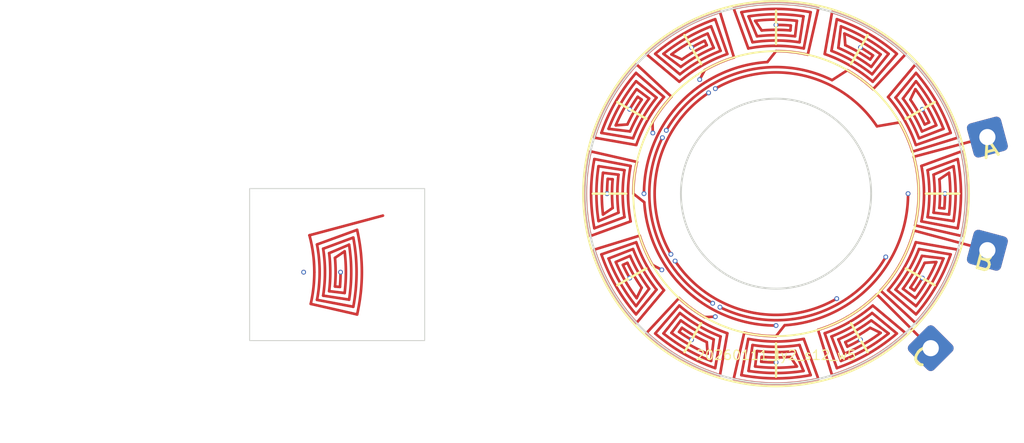
<source format=kicad_pcb>
(kicad_pcb (version 20240108) (generator "pcbnew") (generator_version "8.0")
  (layers (0 "F.Cu" signal) (1 "In1.Cu" signal) (2 "In2.Cu" signal) (31 "B.Cu" signal) (34 "B.Paste" user) (35 "F.Paste" user) (36 "B.SilkS" user "B.Silkscreen") (37 "F.SilkS" user "F.Silkscreen") (38 "B.Mask" user) (39 "F.Mask" user) (44 "Edge.Cuts" user))
  (net 0 "")
  (net 1 "gnd")
  (net 2 "coil")
  (footprint "0\\share\\kicad\\footprints\\Connector_Wire:SolderWire-0.25sqmm_1x01_D0.65mm_OD1.7mm" (layer "F.Cu") (at 163.77642 96.644692 -15)
    (property "Reference" "B" (at -0.014373 0.57476 165) (layer "F.SilkS"))
    (property "Value" "SolderWire-0.25sqmm_1x01_D0.65mm_OD1.7mm" (hide yes))
    (pad "1" thru_hole roundrect (at 0 0 345) (size 1.85 1.85) (drill 0.85) (layers "*.Cu" "*.Mask") (roundrect_rratio 0.135135) (net 2 "coil"))
  )
  (footprint "0\\share\\kicad\\footprints\\Connector_Wire:SolderWire-0.25sqmm_1x01_D0.65mm_OD1.7mm" (layer "F.Cu") (at 160.8 101.8 -45)
    (property "Reference" "C" (at -0.014371 0.57476 135) (layer "F.SilkS"))
    (property "Value" "SolderWire-0.25sqmm_1x01_D0.65mm_OD1.7mm" (hide yes))
    (pad "1" thru_hole roundrect (at 0 0 315) (size 1.85 1.85) (drill 0.85) (layers "*.Cu" "*.Mask") (roundrect_rratio 0.135135) (net 2 "coil"))
  )
  (footprint "0\\share\\kicad\\footprints\\Connector_Wire:SolderWire-0.25sqmm_1x01_D0.65mm_OD1.7mm" (layer "F.Cu") (at 163.77642 90.691854 15)
    (property "Reference" "A" (at -0.014373 0.574761 15) (layer "F.SilkS"))
    (property "Value" "SolderWire-0.25sqmm_1x01_D0.65mm_OD1.7mm" (hide yes))
    (pad "1" thru_hole roundrect (at 0 0 15) (size 1.85 1.85) (drill 0.85) (layers "*.Cu" "*.Mask") (roundrect_rratio 0.135135) (net 2 "coil"))
  )
  (gr_line (start 160.543273 93.668273) (end 162.301273 93.668273) (stroke (width 0.127)) (layer "F.SilkS"))
  (gr_line (start 145.848323 97.605773) (end 144.325851 98.484773) (stroke (width 0.127)) (layer "F.SilkS"))
  (gr_line (start 152.668273 101.543273) (end 152.668273 103.301273) (stroke (width 0.127)) (layer "F.SilkS"))
  (gr_line (start 144.793273 93.668273) (end 143.035273 93.668273) (stroke (width 0.127)) (layer "F.SilkS"))
  (gr_line (start 148.730773 86.848323) (end 147.851773 85.325851) (stroke (width 0.127)) (layer "F.SilkS"))
  (gr_line (start 156.605773 100.488223) (end 157.484773 102.010695) (stroke (width 0.127)) (layer "F.SilkS"))
  (gr_line (start 152.668273 85.793273) (end 152.668273 84.035273) (stroke (width 0.127)) (layer "F.SilkS"))
  (gr_circle (center 152.668273 93.668273) (end 160.168273 93.668273) (stroke (width 0.1)) (fill none) (layer "F.SilkS"))
  (gr_line (start 156.605772 86.848323) (end 157.484772 85.325851) (stroke (width 0.127)) (layer "F.SilkS"))
  (gr_line (start 148.730774 100.488223) (end 147.851774 102.010695) (stroke (width 0.127)) (layer "F.SilkS"))
  (gr_line (start 145.848323 89.730774) (end 144.325851 88.851774) (stroke (width 0.127)) (layer "F.SilkS"))
  (gr_circle (center 152.668273 93.668273) (end 162.808273 93.668273) (stroke (width 0.1)) (fill none) (layer "F.SilkS"))
  (gr_line (start 159.488223 97.605772) (end 161.010695 98.484772) (stroke (width 0.127)) (layer "F.SilkS"))
  (gr_line (start 159.488223 89.730773) (end 161.010695 88.851773) (stroke (width 0.127)) (layer "F.SilkS"))
  (gr_rect (start 125 93.4) (end 134.2 101.4) (stroke (width 0.05)) (fill none) (layer "Edge.Cuts"))
  (gr_circle (center 152.668273 93.668273) (end 157.668273 93.668273) (stroke (width 0.1)) (fill none) (layer "Edge.Cuts"))
  (gr_circle (center 152.668273 93.668273) (end 162.668273 93.668273) (stroke (width 0.1)) (fill none) (layer "Edge.Cuts"))
  (gr_text "20260111_ly2_s12_w5" (at 152.668273 102.168273 0) (layer "F.SilkS") (effects (font (size 0.5 0.5))))
  (segment (start 149.393929 85.997924) (end 149.071991 85.243765) (width 0.14) (layer "F.Cu") (net 2))
  (segment (start 159.835197 91.458025) (end 162.224171 90.721275) (width 0.14) (layer "F.Cu") (net 2))
  (segment (start 154.489278 103.21617) (end 153.90233 101.63324) (width 0.14) (layer "F.Cu") (net 2))
  (segment (start 150.4425 83.919123) (end 151.210719 86.026027) (width 0.14) (layer "F.Cu") (net 2))
  (segment (start 147.662728 100.339113) (end 147.170576 100.994999) (width 0.14) (layer "F.Cu") (net 2))
  (segment (start 163.77642 90.691854) (end 159.912716 91.727131) (width 0.14) (layer "F.Cu") (net 2))
  (segment (start 157.769886 88.17068) (end 159.470424 86.338149) (width 0.14) (layer "F.Cu") (net 2))
  (segment (start 151.434216 101.63324) (end 151.222926 102.996969) (width 0.14) (layer "F.Cu") (net 2))
  (segment (start 145.609058 88.721367) (end 145.396135 88.572157) (width 0.14) (layer "F.Cu") (net 2))
  (segment (start 161.092781 97.264555) (end 160.482027 97.308279) (width 0.14) (layer "F.Cu") (net 2))
  (segment (start 149.071991 102.092781) (end 149.028267 101.482027) (width 0.14) (layer "F.Cu") (net 2))
  (segment (start 157.615179 86.609058) (end 157.764389 86.396135) (width 0.14) (layer "F.Cu") (net 2))
  (segment (start 144.703306 92.434216) (end 143.339577 92.222926) (width 0.14) (layer "F.Cu") (net 2))
  (segment (start 145.866122 86.338149) (end 147.584871 87.778671) (width 0.14) (layer "F.Cu") (net 2))
  (segment (start 144.243765 90.071991) (end 144.854519 90.028267) (width 0.14) (layer "F.Cu") (net 2))
  (segment (start 152.668273 101.168273) (end 153.12217 100.593413) (width 0.14) (layer "F.Cu") (net 2))
  (segment (start 153.667782 85.388383) (end 153.766055 84.574293) (width 0.14) (layer "F.Cu") (net 2))
  (segment (start 142.919123 95.894046) (end 145.026027 95.125827) (width 0.14) (layer "F.Cu") (net 2))
  (segment (start 154.125827 86.026027) (end 154.489278 84.120376) (width 0.14) (layer "F.Cu") (net 2))
  (segment (start 147.17068 88.56666) (end 145.338149 86.866122) (width 0.14) (layer "F.Cu") (net 2))
  (segment (start 157.751675 87.778671) (end 159.019258 86.310055) (width 0.14) (layer "F.Cu") (net 2))
  (segment (start 145.341547 99.16597) (end 145.609058 98.615179) (width 0.14) (layer "F.Cu") (net 2))
  (segment (start 160.338622 90.393929) (end 161.092781 90.071991) (width 0.14) (layer "F.Cu") (net 2))
  (segment (start 157.719481 87.387438) (end 158.584328 86.312059) (width 0.14) (layer "F.Cu") (net 2))
  (segment (start 160.183165 90.754515) (end 161.469834 90.255633) (width 0.14) (layer "F.Cu") (net 2))
  (segment (start 162.417423 91.4425) (end 160.310519 92.210719) (width 0.14) (layer "F.Cu") (net 2))
  (segment (start 157.673818 86.997433) (end 158.16597 86.341547) (width 0.14) (layer "F.Cu") (net 2))
  (segment (start 151.210719 101.310519) (end 150.847268 103.21617) (width 0.14) (layer "F.Cu") (net 2))
  (segment (start 149.255633 102.469834) (end 149.393929 101.338622) (width 0.14) (layer "F.Cu") (net 2))
  (segment (start 153.766055 102.762253) (end 153.422811 102.255185) (width 0.14) (layer "F.Cu") (net 2))
  (segment (start 152.668273 86.168273) (end 152.214376 86.743133) (width 0.14) (layer "F.Cu") (net 2))
  (segment (start 145.338149 100.470424) (end 146.778671 98.751675) (width 0.14) (layer "F.Cu") (net 2))
  (segment (start 154.878521 100.835197) (end 155.615271 103.224171) (width 0.14) (layer "F.Cu") (net 2))
  (segment (start 158.16597 100.994999) (end 157.615179 100.727488) (width 0.14) (layer "F.Cu") (net 2))
  (segment (start 129.17989 98.799509) (end 129.99398 98.897782) (width 0.14) (layer "F.Cu") (net 2))
  (segment (start 159.980135 95.337603) (end 162.417423 95.894046) (width 0.14) (layer "F.Cu") (net 2))
  (segment (start 144.854519 97.308279) (end 144.618838 97.41807) (width 0.14) (layer "F.Cu") (net 2))
  (segment (start 149.028267 85.854519) (end 148.918476 85.618838) (width 0.14) (layer "F.Cu") (net 2))
  (segment (start 160.015429 91.109429) (end 161.847497 90.471362) (width 0.14) (layer "F.Cu") (net 2))
  (segment (start 161.996969 92.222926) (end 160.948163 92.668764) (width 0.14) (layer "F.Cu") (net 2))
  (segment (start 158.557875 98.751675) (end 160.026491 100.019258) (width 0.14) (layer "F.Cu") (net 2))
  (segment (start 159.470424 100.998397) (end 157.751675 99.557875) (width 0.14) (layer "F.Cu") (net 2))
  (segment (start 144.081361 92.913735) (end 143.822359 92.890976) (width 0.14) (layer "F.Cu") (net 2))
  (segment (start 156.308279 101.482027) (end 156.41807 101.717708) (width 0.14) (layer "F.Cu") (net 2))
  (segment (start 160.948163 94.667782) (end 161.762253 94.766055) (width 0.14) (layer "F.Cu") (net 2))
  (segment (start 143.574293 94.766055) (end 144.081361 94.422811) (width 0.14) (layer "F.Cu") (net 2))
  (segment (start 155.865184 84.489049) (end 155.582031 86.153381) (width 0.14) (layer "F.Cu") (net 2))
  (segment (start 159.019258 101.026491) (end 157.719481 99.949108) (width 0.14) (layer "F.Cu") (net 2))
  (segment (start 145.026027 92.210719) (end 143.120376 91.847268) (width 0.14) (layer "F.Cu") (net 2))
  (segment (start 130.228696 96.354653) (end 129.17989 96.800491) (width 0.14) (layer "F.Cu") (net 2))
  (segment (start 129.99398 96.702218) (end 129.486912 97.045462) (width 0.14) (layer "F.Cu") (net 2))
  (segment (start 145.501349 95.878521) (end 143.112375 96.615271) (width 0.14) (layer "F.Cu") (net 2))
  (segment (start 151.570491 84.574293) (end 151.913735 85.081361) (width 0.14) (layer "F.Cu") (net 2))
  (segment (start 154.894046 103.417423) (end 154.125827 101.310519) (width 0.14) (layer "F.Cu") (net 2))
  (segment (start 129.486912 98.554538) (end 129.745914 98.577297) (width 0.14) (layer "F.Cu") (net 2))
  (segment (start 158.949108 98.719481) (end 160.024487 99.584328) (width 0.14) (layer "F.Cu") (net 2))
  (segment (start 144.388383 92.668764) (end 143.574293 92.570491) (width 0.14) (layer "F.Cu") (net 2))
  (segment (start 143.489049 90.471362) (end 145.153381 90.754515) (width 0.14) (layer "F.Cu") (net 2))
  (segment (start 159.998397 86.866122) (end 158.557875 88.584871) (width 0.14) (layer "F.Cu") (net 2))
  (segment (start 146.192852 90.474949) (end 146.173083 89.918274) (width 0.14) (layer "F.Cu") (net 2))
  (segment (start 155.582031 101.183165) (end 156.080913 102.469834) (width 0.14) (layer "F.Cu") (net 2))
  (segment (start 156.264555 85.243765) (end 156.308279 85.854519) (width 0.14) (layer "F.Cu") (net 2))
  (segment (start 151.913735 102.255185) (end 151.890976 102.514187) (width 0.14) (layer "F.Cu") (net 2))
  (segment (start 143.866712 90.255633) (end 144.997924 90.393929) (width 0.14) (layer "F.Cu") (net 2))
  (segment (start 130.64915 95.574227) (end 128.542246 96.342446) (width 0.14) (layer "F.Cu") (net 2))
  (segment (start 130.447897 95.978995) (end 128.864967 96.565943) (width 0.14) (layer "F.Cu") (net 2))
  (segment (start 128.864967 99.034057) (end 130.228696 99.245347) (width 0.14) (layer "F.Cu") (net 2))
  (segment (start 128.211862 99.46933) (end 130.64915 100.025773) (width 0.14) (layer "F.Cu") (net 2))
  (segment (start 160.310519 95.125827) (end 162.21617 95.489278) (width 0.14) (layer "F.Cu") (net 2))
  (segment (start 158.584328 101.024487) (end 157.673818 100.339113) (width 0.14) (layer "F.Cu") (net 2))
  (segment (start 145.356411 91.998943) (end 142.919123 91.4425) (width 0.14) (layer "F.Cu") (net 2))
  (segment (start 161.255185 94.422811) (end 161.514187 94.44557) (width 0.14) (layer "F.Cu") (net 2))
  (segment (start 147.721367 100.727488) (end 147.572157 100.940411) (width 0.14) (layer "F.Cu") (net 2))
  (segment (start 156.080913 84.866712) (end 155.942617 85.997924) (width 0.14) (layer "F.Cu") (net 2))
  (segment (start 160.026491 87.317288) (end 158.949108 88.617065) (width 0.14) (layer "F.Cu") (net 2))
  (segment (start 147.617065 99.949108) (end 146.752218 101.024487) (width 0.14) (layer "F.Cu") (net 2))
  (segment (start 149.721275 103.224171) (end 150.109429 101.015429) (width 0.14) (layer "F.Cu") (net 2))
  (segment (start 145.312059 99.584328) (end 145.997433 98.673818) (width 0.14) (layer "F.Cu") (net 2))
  (segment (start 161.847497 96.865184) (end 160.183165 96.582031) (width 0.14) (layer "F.Cu") (net 2))
  (segment (start 147.584871 99.557875) (end 146.317288 101.026491) (width 0.14) (layer "F.Cu") (net 2))
  (segment (start 145.153381 96.582031) (end 143.866712 97.080913) (width 0.14) (layer "F.Cu") (net 2))
  (segment (start 159.163463 89.918273) (end 157.973049 90.123735) (width 0.14) (layer "F.Cu") (net 2))
  (segment (start 145.168273 93.668273) (end 145.743133 94.12217) (width 0.14) (layer "F.Cu") (net 2))
  (segment (start 155.227117 101.015429) (end 155.865184 102.847497) (width 0.14) (layer "F.Cu") (net 2))
  (segment (start 154.337603 86.356411) (end 154.894046 83.919123) (width 0.14) (layer "F.Cu") (net 2))
  (segment (start 156.418272 87.173083) (end 155.613915 87.695101) (width 0.14) (layer "F.Cu") (net 2))
  (segment (start 143.120376 95.489278) (end 144.703306 94.90233) (width 0.14) (layer "F.Cu") (net 2))
  (segment (start 150.998943 100.980135) (end 150.4425 103.417423) (width 0.14) (layer "F.Cu") (net 2))
  (segment (start 150.847268 84.120376) (end 151.434216 85.703306) (width 0.14) (layer "F.Cu") (net 2))
  (segment (start 161.762253 92.570491) (end 161.255185 92.913735) (width 0.14) (layer "F.Cu") (net 2))
  (segment (start 151.222926 84.339577) (end 151.668764 85.388383) (width 0.14) (layer "F.Cu") (net 2))
  (segment (start 155.615271 84.112375) (end 155.227117 86.321117) (width 0.14) (layer "F.Cu") (net 2))
  (segment (start 161.469834 97.080913) (end 160.338622 96.942617) (width 0.14) (layer "F.Cu") (net 2))
  (segment (start 146.778671 88.584871) (end 145.310055 87.317288) (width 0.14) (layer "F.Cu") (net 2))
  (segment (start 153.90233 85.703306) (end 154.11362 84.339577) (width 0.14) (layer "F.Cu") (net 2))
  (segment (start 145.997433 88.662728) (end 145.341547 88.170576) (width 0.14) (layer "F.Cu") (net 2))
  (segment (start 143.339577 95.11362) (end 144.388383 94.667782) (width 0.14) (layer "F.Cu") (net 2))
  (segment (start 151.668764 101.948163) (end 151.570491 102.762253) (width 0.14) (layer "F.Cu") (net 2))
  (segment (start 159.339113 98.673818) (end 159.994999 99.16597) (width 0.14) (layer "F.Cu") (net 2))
  (segment (start 154.11362 102.996969) (end 153.667782 101.948163) (width 0.14) (layer "F.Cu") (net 2))
  (segment (start 146.317288 86.310055) (end 147.617065 87.387438) (width 0.14) (layer "F.Cu") (net 2))
  (segment (start 146.387438 88.617065) (end 145.312059 87.752218) (width 0.14) (layer "F.Cu") (net 2))
  (segment (start 160.024487 87.752218) (end 159.339113 88.662728) (width 0.14) (layer "F.Cu") (net 2))
  (segment (start 145.310055 100.019258) (end 146.387438 98.719481) (width 0.14) (layer "F.Cu") (net 2))
  (segment (start 144.997924 96.942617) (end 144.243765 97.264555) (width 0.14) (layer "F.Cu") (net 2))
  (segment (start 155.942617 101.338622) (end 156.264555 102.092781) (width 0.14) (layer "F.Cu") (net 2))
  (segment (start 148.657056 87.665063) (end 148.918273 87.173083) (width 0.14) (layer "F.Cu") (net 2))
  (segment (start 159.727488 98.615179) (end 159.940411 98.764389) (width 0.14) (layer "F.Cu") (net 2))
  (segment (start 147.56666 99.165866) (end 145.866122 100.998397) (width 0.14) (layer "F.Cu") (net 2))
  (segment (start 158.165866 98.769886) (end 159.998397 100.470424) (width 0.14) (layer "F.Cu") (net 2))
  (segment (start 149.471362 102.847497) (end 149.754515 101.183165) (width 0.14) (layer "F.Cu") (net 2))
  (segment (start 146.665063 97.67949) (end 146.173083 97.418273) (width 0.14) (layer "F.Cu") (net 2))
  (segment (start 145.321117 96.227117) (end 143.489049 96.865184) (width 0.14) (layer "F.Cu") (net 2))
  (segment (start 128.542246 99.257554) (end 130.447897 99.621005) (width 0.14) (layer "F.Cu") (net 2))
  (segment (start 160.63324 94.90233) (end 161.996969 95.11362) (width 0.14) (layer "F.Cu") (net 2))
  (segment (start 160.8 101.8) (end 157.971573 98.971573) (width 0.14) (layer "F.Cu") (net 2))
  (segment (start 149.474949 100.143694) (end 148.918274 100.163463) (width 0.14) (layer "F.Cu") (net 2))
  (segment (start 150.109429 86.321117) (end 149.471362 84.489049) (width 0.14) (layer "F.Cu") (net 2))
  (segment (start 147.170576 86.341547) (end 147.721367 86.609058) (width 0.14) (layer "F.Cu") (net 2))
  (segment (start 149.754515 86.153381) (end 149.255633 84.866712) (width 0.14) (layer "F.Cu") (net 2))
  (segment (start 162.21617 91.847268) (end 160.63324 92.434216) (width 0.14) (layer "F.Cu") (net 2))
  (segment (start 132.008147 94.823581) (end 128.144443 95.858858) (width 0.14) (layer "F.Cu") (net 2))
  (segment (start 163.77642 96.644692) (end 159.912716 95.609415) (width 0.14) (layer "F.Cu") (net 2))
  (segment (start 143.112375 90.721275) (end 145.321117 91.109429) (width 0.14) (layer "F.Cu") (net 2))
  (segment (start 153.422811 85.081361) (end 153.44557 84.822359) (width 0.14) (layer "F.Cu") (net 2))
  (segment (start 159.994999 88.170576) (end 159.727488 88.721367) (width 0.14) (layer "F.Cu") (net 2))
  (segment (start 150.458025 86.501349) (end 149.721275 84.112375) (width 0.14) (layer "F.Cu") (net 2))
  (segment (start 162.224171 96.615271) (end 160.015429 96.227117) (width 0.14) (layer "F.Cu") (net 2))
  (segment (start 146.752218 86.312059) (end 147.662728 86.997433) (width 0.14) (layer "F.Cu") (net 2))
  (segment (start 160.482027 90.028267) (end 160.717708 89.918476) (width 0.14) (layer "F.Cu") (net 2))
  (via (at 149.338274 99.436002) (size 0.25) (drill 0.15) (layers "F.Cu" "B.Cu") (net 2))
  (via (at 159.608273 93.668273) (size 0.25) (drill 0.15) (layers "F.Cu" "B.Cu") (net 2))
  (via (at 161.548273 93.668273) (size 0.25) (drill 0.15) (layers "F.Cu" "B.Cu") (net 2))
  (via (at 129.78 97.8) (size 0.25) (drill 0.15) (layers "F.Cu" "B.Cu") (net 2))
  (via (at 148.228273 85.977968) (size 0.25) (drill 0.15) (layers "F.Cu" "B.Cu") (net 2))
  (via (at 149.474949 100.143694) (size 0.25) (drill 0.15) (layers "F.Cu" "B.Cu") (net 2))
  (via (at 149.722631 99.641445) (size 0.25) (drill 0.15) (layers "F.Cu" "B.Cu") (net 2))
  (via (at 157.108272 85.977968) (size 0.25) (drill 0.15) (layers "F.Cu" "B.Cu") (net 2))
  (via (at 157.108273 101.358578) (size 0.25) (drill 0.15) (layers "F.Cu" "B.Cu") (net 2))
  (via (at 127.84 97.8) (size 0.25) (drill 0.15) (layers "F.Cu" "B.Cu") (net 2))
  (via (at 143.788273 93.668273) (size 0.25) (drill 0.15) (layers "F.Cu" "B.Cu") (net 2))
  (via (at 147.363497 97.212811) (size 0.25) (drill 0.15) (layers "F.Cu" "B.Cu") (net 2))
  (via (at 145.728273 93.668273) (size 0.25) (drill 0.15) (layers "F.Cu" "B.Cu") (net 2))
  (via (at 148.228274 101.358578) (size 0.25) (drill 0.15) (layers "F.Cu" "B.Cu") (net 2))
  (via (at 146.695101 90.722631) (size 0.25) (drill 0.15) (layers "F.Cu" "B.Cu") (net 2))
  (via (at 155.858273 99.193515) (size 0.25) (drill 0.15) (layers "F.Cu" "B.Cu") (net 2))
  (via (at 160.358578 89.228273) (size 0.25) (drill 0.15) (layers "F.Cu" "B.Cu") (net 2))
  (via (at 152.668273 100.608273) (size 0.25) (drill 0.15) (layers "F.Cu" "B.Cu") (net 2))
  (via (at 152.668273 102.548273) (size 0.25) (drill 0.15) (layers "F.Cu" "B.Cu") (net 2))
  (via (at 149.478273 88.143031) (size 0.25) (drill 0.15) (layers "F.Cu" "B.Cu") (net 2))
  (via (at 146.192852 90.474949) (size 0.25) (drill 0.15) (layers "F.Cu" "B.Cu") (net 2))
  (via (at 158.436002 96.998272) (size 0.25) (drill 0.15) (layers "F.Cu" "B.Cu") (net 2))
  (via (at 149.123735 88.363497) (size 0.25) (drill 0.15) (layers "F.Cu" "B.Cu") (net 2))
  (via (at 144.977968 89.228274) (size 0.25) (drill 0.15) (layers "F.Cu" "B.Cu") (net 2))
  (via (at 152.668273 84.788273) (size 0.25) (drill 0.15) (layers "F.Cu" "B.Cu") (net 2))
  (via (at 146.665063 97.67949) (size 0.25) (drill 0.15) (layers "F.Cu" "B.Cu") (net 2))
  (via (at 148.657056 87.665063) (size 0.25) (drill 0.15) (layers "F.Cu" "B.Cu") (net 2))
  (via (at 144.977968 98.108273) (size 0.25) (drill 0.15) (layers "F.Cu" "B.Cu") (net 2))
  (via (at 147.143031 96.858273) (size 0.25) (drill 0.15) (layers "F.Cu" "B.Cu") (net 2))
  (via (at 146.900544 90.338274) (size 0.25) (drill 0.15) (layers "F.Cu" "B.Cu") (net 2))
  (via (at 160.358578 98.108272) (size 0.25) (drill 0.15) (layers "F.Cu" "B.Cu") (net 2))
  (arc (start 130.447897 99.621005) (mid 130.62 97.8) (end 130.447897 95.978995) (width 0.14) (layer "F.Cu") (net 2))
  (arc (start 161.996969 95.11362) (mid 162.108273 93.668273) (end 161.996969 92.222926) (width 0.14) (layer "F.Cu") (net 2))
  (arc (start 143.120376 91.847268) (mid 142.948273 93.668273) (end 143.120376 95.489278) (width 0.14) (layer "F.Cu") (net 2))
  (arc (start 146.317288 101.026491) (mid 147.808274 102.086039) (end 149.471362 102.847497) (width 0.14) (layer "F.Cu") (net 2))
  (arc (start 149.393929 101.338622) (mid 148.498274 100.890924) (end 147.662728 100.339113) (width 0.14) (layer "F.Cu") (net 2))
  (arc (start 153.44557 84.822359) (mid 153.827345 84.864243) (end 152.668273 84.788273) (width 0.14) (layer "F.Cu") (net 2))
  (arc (start 157.719481 99.949108) (mid 156.698273 100.648437) (end 155.582031 101.183165) (width 0.14) (layer "F.Cu") (net 2))
  (arc (start 160.310519 92.210719) (mid 160.448273 93.668273) (end 160.310519 95.125827) (width 0.14) (layer "F.Cu") (net 2))
  (arc (start 145.153381 90.754515) (mid 145.688109 89.638274) (end 146.387438 88.617065) (width 0.14) (layer "F.Cu") (net 2))
  (arc (start 160.168273 93.668273) (mid 160.104109 94.647219) (end 159.980135 95.337603) (width 0.14) (layer "F.Cu") (net 2))
  (arc (start 128.542246 96.342446) (mid 128.68 97.8) (end 128.542246 99.257554) (width 0.14) (layer "F.Cu") (net 2))
  (arc (start 152.668273 86.168273) (mid 153.647219 86.232437) (end 154.337603 86.356411) (width 0.14) (layer "F.Cu") (net 2))
  (arc (start 159.163463 89.918273) (mid 159.597369 90.798148) (end 159.835197 91.458025) (width 0.14) (layer "F.Cu") (net 2))
  (arc (start 145.338149 86.866122) (mid 144.008019 88.668274) (end 143.112375 90.721275) (width 0.14) (layer "F.Cu") (net 2))
  (arc (start 144.081361 94.422811) (mid 144.048273 93.668273) (end 144.081361 92.913735) (width 0.14) (layer "F.Cu") (net 2))
  (arc (start 151.890976 102.514187) (mid 151.509201 102.472303) (end 152.668273 102.548273) (width 0.14) (layer "F.Cu") (net 2))
  (arc (start 144.997924 90.393929) (mid 145.445622 89.498274) (end 145.997433 88.662728) (width 0.14) (layer "F.Cu") (net 2))
  (arc (start 151.222926 102.996969) (mid 152.668273 103.108273) (end 154.11362 102.996969) (width 0.14) (layer "F.Cu") (net 2))
  (arc (start 145.341547 88.170576) (mid 144.735481 89.088274) (end 144.243765 90.071991) (width 0.14) (layer "F.Cu") (net 2))
  (arc (start 161.255185 92.913735) (mid 161.288273 93.668273) (end 161.255185 94.422811) (width 0.14) (layer "F.Cu") (net 2))
  (arc (start 162.224171 90.721275) (mid 161.328527 88.668273) (end 159.998397 86.866122) (width 0.14) (layer "F.Cu") (net 2))
  (arc (start 159.470424 86.338149) (mid 157.668272 85.008019) (end 155.615271 84.112375) (width 0.14) (layer "F.Cu") (net 2))
  (arc (start 148.918274 100.163463) (mid 148.102563 99.618423) (end 147.56666 99.165866) (width 0.14) (layer "F.Cu") (net 2))
  (arc (start 145.321117 91.109429) (mid 145.930596 89.778274) (end 146.778671 88.584871) (width 0.14) (layer "F.Cu") (net 2))
  (arc (start 147.662728 86.997433) (mid 148.498273 86.445622) (end 149.393929 85.997924) (width 0.14) (layer "F.Cu") (net 2))
  (arc (start 155.865184 102.847497) (mid 157.528273 102.086039) (end 159.019258 101.026491) (width 0.14) (layer "F.Cu") (net 2))
  (arc (start 145.997433 98.673818) (mid 145.445622 97.838273) (end 144.997924 96.942617) (width 0.14) (layer "F.Cu") (net 2))
  (arc (start 158.16597 86.341547) (mid 157.248272 85.735481) (end 156.264555 85.243765) (width 0.14) (layer "F.Cu") (net 2))
  (arc (start 160.717708 89.918476) (mid 160.872323 90.270045) (end 160.358578 89.228273) (width 0.14) (layer "F.Cu") (net 2))
  (arc (start 157.971573 98.971573) (mid 157.233983 99.618423) (end 156.418273 100.163463) (width 0.14) (layer "F.Cu") (net 2))
  (arc (start 145.168273 93.668273) (mid 145.232437 92.689327) (end 145.356411 91.998943) (width 0.14) (layer "F.Cu") (net 2))
  (arc (start 147.721367 86.609058) (mid 148.358273 86.203135) (end 149.028267 85.854519) (width 0.14) (layer "F.Cu") (net 2))
  (arc (start 155.582031 86.153381) (mid 156.698272 86.688109) (end 157.719481 87.387438) (width 0.14) (layer "F.Cu") (net 2))
  (arc (start 145.609058 98.615179) (mid 145.203135 97.978273) (end 144.854519 97.308279) (width 0.14) (layer "F.Cu") (net 2))
  (arc (start 153.90233 101.63324) (mid 152.668273 101.728273) (end 151.434216 101.63324) (width 0.14) (layer "F.Cu") (net 2))
  (arc (start 161.092781 90.071991) (mid 160.601065 89.088273) (end 159.994999 88.170576) (width 0.14) (layer "F.Cu") (net 2))
  (arc (start 130.64915 100.025773) (mid 130.9 97.8) (end 130.64915 95.574227) (width 0.14) (layer "F.Cu") (net 2))
  (arc (start 143.339577 92.222926) (mid 143.228273 93.668273) (end 143.339577 95.11362) (width 0.14) (layer "F.Cu") (net 2))
  (arc (start 143.822359 92.890976) (mid 143.864243 92.509201) (end 143.788273 93.668273) (width 0.14) (layer "F.Cu") (net 2))
  (arc (start 147.143031 96.858273) (mid 146.454938 92.219527) (end 149.123735 88.363497) (width 0.14) (layer "F.Cu") (net 2))
  (arc (start 152.668273 101.168273) (mid 151.689327 101.104109) (end 150.998943 100.980135) (width 0.14) (layer "F.Cu") (net 2))
  (arc (start 148.918273 87.173083) (mid 149.798148 86.739177) (end 150.458025 86.501349) (width 0.14) (layer "F.Cu") (net 2))
  (arc (start 128.4 97.8) (mid 128.335836 98.778946) (end 128.211862 99.46933) (width 0.14) (layer "F.Cu") (net 2))
  (arc (start 162.21617 95.489278) (mid 162.388273 93.668273) (end 162.21617 91.847268) (width 0.14) (layer "F.Cu") (net 2))
  (arc (start 161.469834 90.255633) (mid 160.843552 88.948273) (end 160.024487 87.752218) (width 0.14) (layer "F.Cu") (net 2))
  (arc (start 161.762253 94.766055) (mid 161.828273 93.668273) (end 161.762253 92.570491) (width 0.14) (layer "F.Cu") (net 2))
  (arc (start 144.854519 90.028267) (mid 145.203135 89.358274) (end 145.609058 88.721367) (width 0.14) (layer "F.Cu") (net 2))
  (arc (start 159.940411 98.764389) (mid 159.71325 99.074074) (end 160.358578 98.108272) (width 0.14) (layer "F.Cu") (net 2))
  (arc (start 151.434216 85.703306) (mid 152.668273 85.608273) (end 153.90233 85.703306) (width 0.14) (layer "F.Cu") (net 2))
  (arc (start 156.418272 87.173083) (mid 157.233983 87.718123) (end 157.769886 88.17068) (width 0.14) (layer "F.Cu") (net 2))
  (arc (start 149.071991 85.243765) (mid 148.088273 85.735481) (end 147.170576 86.341547) (width 0.14) (layer "F.Cu") (net 2))
  (arc (start 158.436002 96.998272) (mid 154.601568 100.041495) (end 149.722631 99.641445) (width 0.14) (layer "F.Cu") (net 2))
  (arc (start 151.210719 86.026027) (mid 152.668273 85.888273) (end 154.125827 86.026027) (width 0.14) (layer "F.Cu") (net 2))
  (arc (start 155.615271 103.224171) (mid 157.668273 102.328527) (end 159.470424 100.998397) (width 0.14) (layer "F.Cu") (net 2))
  (arc (start 155.942617 85.997924) (mid 156.838272 86.445622) (end 157.673818 86.997433) (width 0.14) (layer "F.Cu") (net 2))
  (arc (start 160.015429 96.227117) (mid 159.40595 97.558272) (end 158.557875 98.751675) (width 0.14) (layer "F.Cu") (net 2))
  (arc (start 146.752218 101.024487) (mid 147.948274 101.843552) (end 149.255633 102.469834) (width 0.14) (layer "F.Cu") (net 2))
  (arc (start 159.994999 99.16597) (mid 160.601065 98.248272) (end 161.092781 97.264555) (width 0.14) (layer "F.Cu") (net 2))
  (arc (start 149.478273 88.143031) (mid 154.117019 87.454938) (end 157.973049 90.123735) (width 0.14) (layer "F.Cu") (net 2))
  (arc (start 160.482027 97.308279) (mid 160.133411 97.978272) (end 159.727488 98.615179) (width 0.14) (layer "F.Cu") (net 2))
  (arc (start 151.913735 85.081361) (mid 152.668273 85.048273) (end 153.422811 85.081361) (width 0.14) (layer "F.Cu") (net 2))
  (arc (start 158.584328 86.312059) (mid 157.388272 85.492994) (end 156.080913 84.866712) (width 0.14) (layer "F.Cu") (net 2))
  (arc (start 143.112375 96.615271) (mid 144.008019 98.668273) (end 145.338149 100.470424) (width 0.14) (layer "F.Cu") (net 2))
  (arc (start 149.754515 101.183165) (mid 148.638274 100.648437) (end 147.617065 99.949108) (width 0.14) (layer "F.Cu") (net 2))
  (arc (start 149.471362 84.489049) (mid 147.808273 85.250507) (end 146.317288 86.310055) (width 0.14) (layer "F.Cu") (net 2))
  (arc (start 151.668764 85.388383) (mid 152.668273 85.328273) (end 153.667782 85.388383) (width 0.14) (layer "F.Cu") (net 2))
  (arc (start 147.170576 100.994999) (mid 148.088274 101.601065) (end 149.071991 102.092781) (width 0.14) (layer "F.Cu") (net 2))
  (arc (start 153.422811 102.255185) (mid 152.668273 102.288273) (end 151.913735 102.255185) (width 0.14) (layer "F.Cu") (net 2))
  (arc (start 152.668273 100.608273) (mid 147.924143 98.733529) (end 145.743133 94.12217) (width 0.14) (layer "F.Cu") (net 2))
  (arc (start 158.949108 88.617065) (mid 159.648437 89.638273) (end 160.183165 90.754515) (width 0.14) (layer "F.Cu") (net 2))
  (arc (start 157.615179 100.727488) (mid 156.978273 101.133411) (end 156.308279 101.482027) (width 0.14) (layer "F.Cu") (net 2))
  (arc (start 129.17989 96.800491) (mid 129.24 97.8) (end 129.17989 98.799509) (width 0.14) (layer "F.Cu") (net 2))
  (arc (start 146.778671 98.751675) (mid 145.930596 97.558273) (end 145.321117 96.227117) (width 0.14) (layer "F.Cu") (net 2))
  (arc (start 150.4425 103.417423) (mid 152.668273 103.668273) (end 154.894046 103.417423) (width 0.14) (layer "F.Cu") (net 2))
  (arc (start 160.948163 92.668764) (mid 161.008273 93.668273) (end 160.948163 94.667782) (width 0.14) (layer "F.Cu") (net 2))
  (arc (start 144.243765 97.264555) (mid 144.735481 98.248273) (end 145.341547 99.16597) (width 0.14) (layer "F.Cu") (net 2))
  (arc (start 129.486912 97.045462) (mid 129.52 97.8) (end 129.486912 98.554538) (width 0.14) (layer "F.Cu") (net 2))
  (arc (start 159.608273 93.668273) (mid 157.733529 98.412403) (end 153.12217 100.593413) (width 0.14) (layer "F.Cu") (net 2))
  (arc (start 157.673818 100.339113) (mid 156.838273 100.890924) (end 155.942617 101.338622) (width 0.14) (layer "F.Cu") (net 2))
  (arc (start 156.264555 102.092781) (mid 157.248273 101.601065) (end 158.16597 100.994999) (width 0.14) (layer "F.Cu") (net 2))
  (arc (start 158.557875 88.584871) (mid 159.40595 89.778273) (end 160.015429 91.109429) (width 0.14) (layer "F.Cu") (net 2))
  (arc (start 129.745914 98.577297) (mid 129.70403 98.959072) (end 129.78 97.8) (width 0.14) (layer "F.Cu") (net 2))
  (arc (start 154.489278 84.120376) (mid 152.668273 83.948273) (end 150.847268 84.120376) (width 0.14) (layer "F.Cu") (net 2))
  (arc (start 144.703306 94.90233) (mid 144.608273 93.668273) (end 144.703306 92.434216) (width 0.14) (layer "F.Cu") (net 2))
  (arc (start 150.109429 101.015429) (mid 148.778274 100.40595) (end 147.584871 99.557875) (width 0.14) (layer "F.Cu") (net 2))
  (arc (start 147.584871 87.778671) (mid 148.778273 86.930596) (end 150.109429 86.321117) (width 0.14) (layer "F.Cu") (net 2))
  (arc (start 161.514187 94.44557) (mid 161.472303 94.827345) (end 161.548273 93.668273) (width 0.14) (layer "F.Cu") (net 2))
  (arc (start 145.026027 95.125827) (mid 144.888273 93.668273) (end 145.026027 92.210719) (width 0.14) (layer "F.Cu") (net 2))
  (arc (start 160.183165 96.582031) (mid 159.648437 97.698272) (end 158.949108 98.719481) (width 0.14) (layer "F.Cu") (net 2))
  (arc (start 145.866122 100.998397) (mid 147.668274 102.328527) (end 149.721275 103.224171) (width 0.14) (layer "F.Cu") (net 2))
  (arc (start 160.338622 96.942617) (mid 159.890924 97.838272) (end 159.339113 98.673818) (width 0.14) (layer "F.Cu") (net 2))
  (arc (start 128.864967 96.565943) (mid 128.96 97.8) (end 128.864967 99.034057) (width 0.14) (layer "F.Cu") (net 2))
  (arc (start 144.388383 94.667782) (mid 144.328273 93.668273) (end 144.388383 92.668764) (width 0.14) (layer "F.Cu") (net 2))
  (arc (start 143.574293 92.570491) (mid 143.508273 93.668273) (end 143.574293 94.766055) (width 0.14) (layer "F.Cu") (net 2))
  (arc (start 157.764389 86.396135) (mid 158.074074 86.623296) (end 157.108272 85.977968) (width 0.14) (layer "F.Cu") (net 2))
  (arc (start 154.11362 84.339577) (mid 152.668273 84.228273) (end 151.222926 84.339577) (width 0.14) (layer "F.Cu") (net 2))
  (arc (start 150.847268 103.21617) (mid 152.668273 103.388273) (end 154.489278 103.21617) (width 0.14) (layer "F.Cu") (net 2))
  (arc (start 146.387438 98.719481) (mid 145.688109 97.698273) (end 145.153381 96.582031) (width 0.14) (layer "F.Cu") (net 2))
  (arc (start 146.173083 89.918274) (mid 146.718123 89.102563) (end 147.17068 88.56666) (width 0.14) (layer "F.Cu") (net 2))
  (arc (start 160.026491 100.019258) (mid 161.086039 98.528272) (end 161.847497 96.865184) (width 0.14) (layer "F.Cu") (net 2))
  (arc (start 155.858273 99.193515) (mid 151.219527 99.881608) (end 147.363497 97.212811) (width 0.14) (layer "F.Cu") (net 2))
  (arc (start 159.912716 91.727131) (mid 160.104109 92.689327) (end 160.168273 93.668273) (width 0.14) (layer "F.Cu") (net 2))
  (arc (start 160.63324 92.434216) (mid 160.728273 93.668273) (end 160.63324 94.90233) (width 0.14) (layer "F.Cu") (net 2))
  (arc (start 161.847497 90.471362) (mid 161.086039 88.808273) (end 160.026491 87.317288) (width 0.14) (layer "F.Cu") (net 2))
  (arc (start 159.019258 86.310055) (mid 157.528272 85.250507) (end 155.865184 84.489049) (width 0.14) (layer "F.Cu") (net 2))
  (arc (start 142.919123 91.4425) (mid 142.668273 93.668273) (end 142.919123 95.894046) (width 0.14) (layer "F.Cu") (net 2))
  (arc (start 143.489049 96.865184) (mid 144.250507 98.528273) (end 145.310055 100.019258) (width 0.14) (layer "F.Cu") (net 2))
  (arc (start 144.618838 97.41807) (mid 144.464223 97.066501) (end 144.977968 98.108273) (width 0.14) (layer "F.Cu") (net 2))
  (arc (start 159.163463 97.418272) (mid 158.618423 98.233983) (end 158.165866 98.769886) (width 0.14) (layer "F.Cu") (net 2))
  (arc (start 154.125827 101.310519) (mid 152.668273 101.448273) (end 151.210719 101.310519) (width 0.14) (layer "F.Cu") (net 2))
  (arc (start 145.312059 87.752218) (mid 144.492994 88.948274) (end 143.866712 90.255633) (width 0.14) (layer "F.Cu") (net 2))
  (arc (start 145.396135 88.572157) (mid 145.623296 88.262472) (end 144.977968 89.228274) (width 0.14) (layer "F.Cu") (net 2))
  (arc (start 153.766055 84.574293) (mid 152.668273 84.508273) (end 151.570491 84.574293) (width 0.14) (layer "F.Cu") (net 2))
  (arc (start 151.570491 102.762253) (mid 152.668273 102.828273) (end 153.766055 102.762253) (width 0.14) (layer "F.Cu") (net 2))
  (arc (start 130.228696 99.245347) (mid 130.34 97.8) (end 130.228696 96.354653) (width 0.14) (layer "F.Cu") (net 2))
  (arc (start 155.227117 86.321117) (mid 156.558272 86.930596) (end 157.751675 87.778671) (width 0.14) (layer "F.Cu") (net 2))
  (arc (start 149.338274 99.436002) (mid 146.295051 95.601568) (end 146.695101 90.722631) (width 0.14) (layer "F.Cu") (net 2))
  (arc (start 149.255633 84.866712) (mid 147.948273 85.492994) (end 146.752218 86.312059) (width 0.14) (layer "F.Cu") (net 2))
  (arc (start 162.417423 95.894046) (mid 162.668273 93.668273) (end 162.417423 91.4425) (width 0.14) (layer "F.Cu") (net 2))
  (arc (start 146.900544 90.338274) (mid 150.734978 87.295051) (end 155.613915 87.695101) (width 0.14) (layer "F.Cu") (net 2))
  (arc (start 160.024487 99.584328) (mid 160.843552 98.388272) (end 161.469834 97.080913) (width 0.14) (layer "F.Cu") (net 2))
  (arc (start 147.572157 100.940411) (mid 147.262472 100.71325) (end 148.228274 101.358578) (width 0.14) (layer "F.Cu") (net 2))
  (arc (start 147.617065 87.387438) (mid 148.638273 86.688109) (end 149.754515 86.153381) (width 0.14) (layer "F.Cu") (net 2))
  (arc (start 159.912716 95.609415) (mid 159.597369 96.538398) (end 159.163463 97.418272) (width 0.14) (layer "F.Cu") (net 2))
  (arc (start 143.866712 97.080913) (mid 144.492994 98.388273) (end 145.312059 99.584328) (width 0.14) (layer "F.Cu") (net 2))
  (arc (start 149.028267 101.482027) (mid 148.358274 101.133411) (end 147.721367 100.727488) (width 0.14) (layer "F.Cu") (net 2))
  (arc (start 157.751675 99.557875) (mid 156.558273 100.40595) (end 155.227117 101.015429) (width 0.14) (layer "F.Cu") (net 2))
  (arc (start 149.721275 84.112375) (mid 147.668273 85.008019) (end 145.866122 86.338149) (width 0.14) (layer "F.Cu") (net 2))
  (arc (start 154.894046 83.919123) (mid 152.668273 83.668273) (end 150.4425 83.919123) (width 0.14) (layer "F.Cu") (net 2))
  (arc (start 145.310055 87.317288) (mid 144.250507 88.808274) (end 143.489049 90.471362) (width 0.14) (layer "F.Cu") (net 2))
  (arc (start 159.339113 88.662728) (mid 159.890924 89.498273) (end 160.338622 90.393929) (width 0.14) (layer "F.Cu") (net 2))
  (arc (start 129.99398 98.897782) (mid 130.06 97.8) (end 129.99398 96.702218) (width 0.14) (layer "F.Cu") (net 2))
  (arc (start 156.308279 85.854519) (mid 156.978272 86.203135) (end 157.615179 86.609058) (width 0.14) (layer "F.Cu") (net 2))
  (arc (start 153.667782 101.948163) (mid 152.668273 102.008273) (end 151.668764 101.948163) (width 0.14) (layer "F.Cu") (net 2))
  (arc (start 156.418273 100.163463) (mid 155.538398 100.597369) (end 154.878521 100.835197) (width 0.14) (layer "F.Cu") (net 2))
  (arc (start 156.080913 102.469834) (mid 157.388273 101.843552) (end 158.584328 101.024487) (width 0.14) (layer "F.Cu") (net 2))
  (arc (start 156.41807 101.717708) (mid 156.066501 101.872323) (end 157.108273 101.358578) (width 0.14) (layer "F.Cu") (net 2))
  (arc (start 159.727488 88.721367) (mid 160.133411 89.358273) (end 160.482027 90.028267) (width 0.14) (layer "F.Cu") (net 2))
  (arc (start 128.144443 95.858858) (mid 128.335836 96.821054) (end 128.4 97.8) (width 0.14) (layer "F.Cu") (net 2))
  (arc (start 148.918476 85.618838) (mid 149.270045 85.464223) (end 148.228273 85.977968) (width 0.14) (layer "F.Cu") (net 2))
  (arc (start 145.728273 93.668273) (mid 147.603017 88.924143) (end 152.214376 86.743133) (width 0.14) (layer "F.Cu") (net 2))
  (arc (start 146.173083 97.418273) (mid 145.739177 96.538398) (end 145.501349 95.878521) (width 0.14) (layer "F.Cu") (net 2))
  (arc (start 159.998397 100.470424) (mid 161.328527 98.668272) (end 162.224171 96.615271) (width 0.14) (layer "F.Cu") (net 2))
)
</source>
